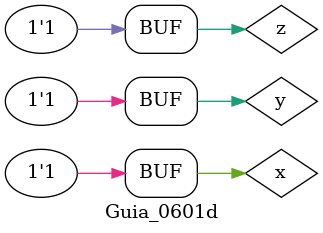
<source format=v>
/*
 Guia_0601d.v - v0.0. - 28 / 08 / 2022
 Autor    : Gabriel Vargas Bento de Souza
 Matricula: 778023
 */

/* 
 Soma dos produtos
               ___
f(x, y, z) =  \   m (1, 2, 3, 7)  = SoP(1,2,3,7)
              /___
*/

/**
 SoP(1,2,3,7) = x'.y'.z + x'.y.z' + x'.y.z + x.y.z
 */
module SoP (output s,
            input  x, y, z);
   assign s = (~x & ~y &  z)  // 1
            | (~x &  y & ~z)  // 2
            | (~x &  y &  z)  // 3
            | ( x &  y &  z); // 7
endmodule // SoP

/**
 SoP(1,2,3,7)_Simplificado = x'.z + x'.y + y.z
 */
module SoP_simple (output s,
                   input  x, y, z);
   assign s = (~x &  z)
            | (~x &  y)
            | ( y &  z);
endmodule // SoP_simple

/**
  Guia_0601d.v
 */
module Guia_0601d;
   reg  x, y, z;
   wire s1, s2;
   
   // instancias
   SoP        SOP1 (s1, x, y, z);
   SoP_simple SOP2 (s2, x, y, z);
   
   // valores iniciais
   initial begin: start
      x=1'bx; y=1'bx; z=1'bx;
   end

   // parte principal
   initial begin: main
       $display("Gabriel Vargas Bento de Souza - 778023");
       $display("Guia_06");
       $display("\n01.d) SoP (1, 2, 3, 7)\n");

       // monitoramento
       $display(" x  y  z  s1  s2");
       $monitor("%2b %2b %2b %2b %3b", x,  y,  z,  s1, s2);

       // sinalizacao
          x=0; y=0; z=0;
       #1           z=1;
       #1      y=1; z=0;
       #1           z=1;
       #1 x=1; y=0; z=0;
       #1           z=1;
       #1      y=1; z=0;
       #1           z=1;
   end
endmodule // Guia_0601d

/*
C:\Users\Gabriel\Desktop\CC-PUC\2Periodo\ARQ1\Tarefas\Guia06>vvp Guia_0601d.vvp
Gabriel Vargas Bento de Souza - 778023
Guia_06

01.d) SoP (1, 2, 3, 7)

 x  y  z  s1  s2
 0  0  0  0   0
 0  0  1  1   1
 0  1  0  1   1
 0  1  1  1   1
 1  0  0  0   0
 1  0  1  0   0
 1  1  0  0   0
 1  1  1  1   1
*/
</source>
